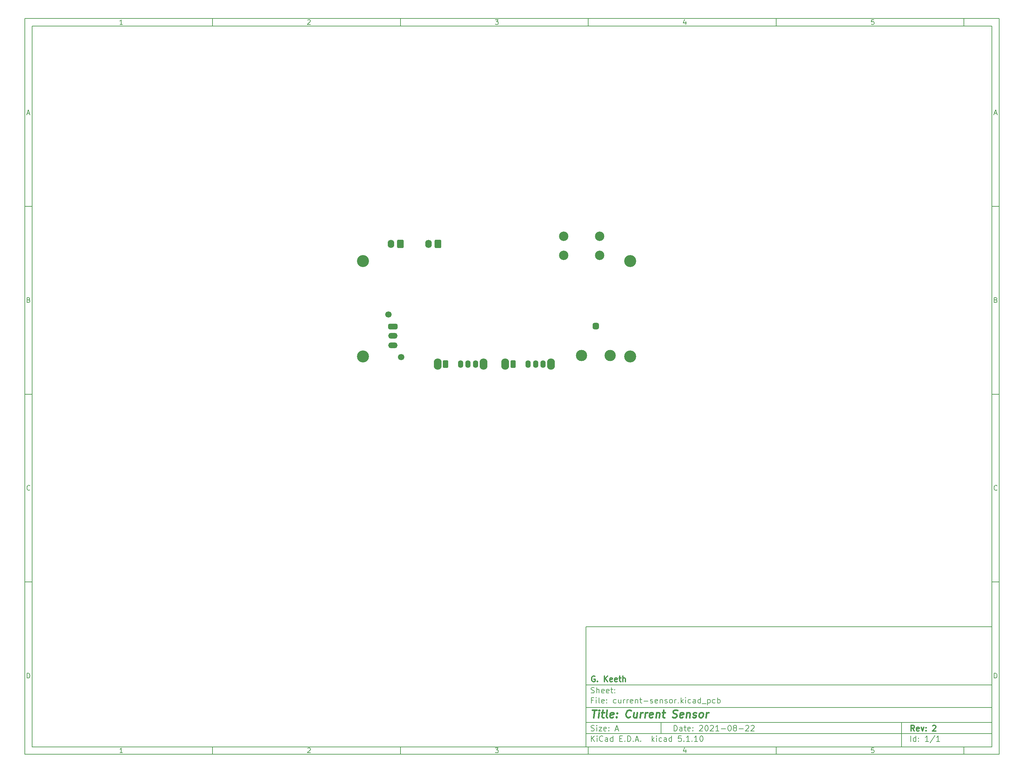
<source format=gbr>
%TF.GenerationSoftware,KiCad,Pcbnew,5.1.10*%
%TF.CreationDate,2021-08-22T21:12:58-04:00*%
%TF.ProjectId,current-sensor,63757272-656e-4742-9d73-656e736f722e,2*%
%TF.SameCoordinates,Original*%
%TF.FileFunction,Soldermask,Bot*%
%TF.FilePolarity,Negative*%
%FSLAX46Y46*%
G04 Gerber Fmt 4.6, Leading zero omitted, Abs format (unit mm)*
G04 Created by KiCad (PCBNEW 5.1.10) date 2021-08-22 21:12:58*
%MOMM*%
%LPD*%
G01*
G04 APERTURE LIST*
%ADD10C,0.100000*%
%ADD11C,0.150000*%
%ADD12C,0.300000*%
%ADD13C,0.400000*%
%ADD14O,1.740000X2.200000*%
%ADD15O,2.100000X3.000000*%
%ADD16O,1.400000X2.000000*%
%ADD17O,2.500000X1.500000*%
%ADD18C,1.700000*%
%ADD19C,3.000000*%
%ADD20C,2.500000*%
%ADD21C,3.200000*%
G04 APERTURE END LIST*
D10*
D11*
X159400000Y-171900000D02*
X159400000Y-203900000D01*
X267400000Y-203900000D01*
X267400000Y-171900000D01*
X159400000Y-171900000D01*
D10*
D11*
X10000000Y-10000000D02*
X10000000Y-205900000D01*
X269400000Y-205900000D01*
X269400000Y-10000000D01*
X10000000Y-10000000D01*
D10*
D11*
X12000000Y-12000000D02*
X12000000Y-203900000D01*
X267400000Y-203900000D01*
X267400000Y-12000000D01*
X12000000Y-12000000D01*
D10*
D11*
X60000000Y-12000000D02*
X60000000Y-10000000D01*
D10*
D11*
X110000000Y-12000000D02*
X110000000Y-10000000D01*
D10*
D11*
X160000000Y-12000000D02*
X160000000Y-10000000D01*
D10*
D11*
X210000000Y-12000000D02*
X210000000Y-10000000D01*
D10*
D11*
X260000000Y-12000000D02*
X260000000Y-10000000D01*
D10*
D11*
X36065476Y-11588095D02*
X35322619Y-11588095D01*
X35694047Y-11588095D02*
X35694047Y-10288095D01*
X35570238Y-10473809D01*
X35446428Y-10597619D01*
X35322619Y-10659523D01*
D10*
D11*
X85322619Y-10411904D02*
X85384523Y-10350000D01*
X85508333Y-10288095D01*
X85817857Y-10288095D01*
X85941666Y-10350000D01*
X86003571Y-10411904D01*
X86065476Y-10535714D01*
X86065476Y-10659523D01*
X86003571Y-10845238D01*
X85260714Y-11588095D01*
X86065476Y-11588095D01*
D10*
D11*
X135260714Y-10288095D02*
X136065476Y-10288095D01*
X135632142Y-10783333D01*
X135817857Y-10783333D01*
X135941666Y-10845238D01*
X136003571Y-10907142D01*
X136065476Y-11030952D01*
X136065476Y-11340476D01*
X136003571Y-11464285D01*
X135941666Y-11526190D01*
X135817857Y-11588095D01*
X135446428Y-11588095D01*
X135322619Y-11526190D01*
X135260714Y-11464285D01*
D10*
D11*
X185941666Y-10721428D02*
X185941666Y-11588095D01*
X185632142Y-10226190D02*
X185322619Y-11154761D01*
X186127380Y-11154761D01*
D10*
D11*
X236003571Y-10288095D02*
X235384523Y-10288095D01*
X235322619Y-10907142D01*
X235384523Y-10845238D01*
X235508333Y-10783333D01*
X235817857Y-10783333D01*
X235941666Y-10845238D01*
X236003571Y-10907142D01*
X236065476Y-11030952D01*
X236065476Y-11340476D01*
X236003571Y-11464285D01*
X235941666Y-11526190D01*
X235817857Y-11588095D01*
X235508333Y-11588095D01*
X235384523Y-11526190D01*
X235322619Y-11464285D01*
D10*
D11*
X60000000Y-203900000D02*
X60000000Y-205900000D01*
D10*
D11*
X110000000Y-203900000D02*
X110000000Y-205900000D01*
D10*
D11*
X160000000Y-203900000D02*
X160000000Y-205900000D01*
D10*
D11*
X210000000Y-203900000D02*
X210000000Y-205900000D01*
D10*
D11*
X260000000Y-203900000D02*
X260000000Y-205900000D01*
D10*
D11*
X36065476Y-205488095D02*
X35322619Y-205488095D01*
X35694047Y-205488095D02*
X35694047Y-204188095D01*
X35570238Y-204373809D01*
X35446428Y-204497619D01*
X35322619Y-204559523D01*
D10*
D11*
X85322619Y-204311904D02*
X85384523Y-204250000D01*
X85508333Y-204188095D01*
X85817857Y-204188095D01*
X85941666Y-204250000D01*
X86003571Y-204311904D01*
X86065476Y-204435714D01*
X86065476Y-204559523D01*
X86003571Y-204745238D01*
X85260714Y-205488095D01*
X86065476Y-205488095D01*
D10*
D11*
X135260714Y-204188095D02*
X136065476Y-204188095D01*
X135632142Y-204683333D01*
X135817857Y-204683333D01*
X135941666Y-204745238D01*
X136003571Y-204807142D01*
X136065476Y-204930952D01*
X136065476Y-205240476D01*
X136003571Y-205364285D01*
X135941666Y-205426190D01*
X135817857Y-205488095D01*
X135446428Y-205488095D01*
X135322619Y-205426190D01*
X135260714Y-205364285D01*
D10*
D11*
X185941666Y-204621428D02*
X185941666Y-205488095D01*
X185632142Y-204126190D02*
X185322619Y-205054761D01*
X186127380Y-205054761D01*
D10*
D11*
X236003571Y-204188095D02*
X235384523Y-204188095D01*
X235322619Y-204807142D01*
X235384523Y-204745238D01*
X235508333Y-204683333D01*
X235817857Y-204683333D01*
X235941666Y-204745238D01*
X236003571Y-204807142D01*
X236065476Y-204930952D01*
X236065476Y-205240476D01*
X236003571Y-205364285D01*
X235941666Y-205426190D01*
X235817857Y-205488095D01*
X235508333Y-205488095D01*
X235384523Y-205426190D01*
X235322619Y-205364285D01*
D10*
D11*
X10000000Y-60000000D02*
X12000000Y-60000000D01*
D10*
D11*
X10000000Y-110000000D02*
X12000000Y-110000000D01*
D10*
D11*
X10000000Y-160000000D02*
X12000000Y-160000000D01*
D10*
D11*
X10690476Y-35216666D02*
X11309523Y-35216666D01*
X10566666Y-35588095D02*
X11000000Y-34288095D01*
X11433333Y-35588095D01*
D10*
D11*
X11092857Y-84907142D02*
X11278571Y-84969047D01*
X11340476Y-85030952D01*
X11402380Y-85154761D01*
X11402380Y-85340476D01*
X11340476Y-85464285D01*
X11278571Y-85526190D01*
X11154761Y-85588095D01*
X10659523Y-85588095D01*
X10659523Y-84288095D01*
X11092857Y-84288095D01*
X11216666Y-84350000D01*
X11278571Y-84411904D01*
X11340476Y-84535714D01*
X11340476Y-84659523D01*
X11278571Y-84783333D01*
X11216666Y-84845238D01*
X11092857Y-84907142D01*
X10659523Y-84907142D01*
D10*
D11*
X11402380Y-135464285D02*
X11340476Y-135526190D01*
X11154761Y-135588095D01*
X11030952Y-135588095D01*
X10845238Y-135526190D01*
X10721428Y-135402380D01*
X10659523Y-135278571D01*
X10597619Y-135030952D01*
X10597619Y-134845238D01*
X10659523Y-134597619D01*
X10721428Y-134473809D01*
X10845238Y-134350000D01*
X11030952Y-134288095D01*
X11154761Y-134288095D01*
X11340476Y-134350000D01*
X11402380Y-134411904D01*
D10*
D11*
X10659523Y-185588095D02*
X10659523Y-184288095D01*
X10969047Y-184288095D01*
X11154761Y-184350000D01*
X11278571Y-184473809D01*
X11340476Y-184597619D01*
X11402380Y-184845238D01*
X11402380Y-185030952D01*
X11340476Y-185278571D01*
X11278571Y-185402380D01*
X11154761Y-185526190D01*
X10969047Y-185588095D01*
X10659523Y-185588095D01*
D10*
D11*
X269400000Y-60000000D02*
X267400000Y-60000000D01*
D10*
D11*
X269400000Y-110000000D02*
X267400000Y-110000000D01*
D10*
D11*
X269400000Y-160000000D02*
X267400000Y-160000000D01*
D10*
D11*
X268090476Y-35216666D02*
X268709523Y-35216666D01*
X267966666Y-35588095D02*
X268400000Y-34288095D01*
X268833333Y-35588095D01*
D10*
D11*
X268492857Y-84907142D02*
X268678571Y-84969047D01*
X268740476Y-85030952D01*
X268802380Y-85154761D01*
X268802380Y-85340476D01*
X268740476Y-85464285D01*
X268678571Y-85526190D01*
X268554761Y-85588095D01*
X268059523Y-85588095D01*
X268059523Y-84288095D01*
X268492857Y-84288095D01*
X268616666Y-84350000D01*
X268678571Y-84411904D01*
X268740476Y-84535714D01*
X268740476Y-84659523D01*
X268678571Y-84783333D01*
X268616666Y-84845238D01*
X268492857Y-84907142D01*
X268059523Y-84907142D01*
D10*
D11*
X268802380Y-135464285D02*
X268740476Y-135526190D01*
X268554761Y-135588095D01*
X268430952Y-135588095D01*
X268245238Y-135526190D01*
X268121428Y-135402380D01*
X268059523Y-135278571D01*
X267997619Y-135030952D01*
X267997619Y-134845238D01*
X268059523Y-134597619D01*
X268121428Y-134473809D01*
X268245238Y-134350000D01*
X268430952Y-134288095D01*
X268554761Y-134288095D01*
X268740476Y-134350000D01*
X268802380Y-134411904D01*
D10*
D11*
X268059523Y-185588095D02*
X268059523Y-184288095D01*
X268369047Y-184288095D01*
X268554761Y-184350000D01*
X268678571Y-184473809D01*
X268740476Y-184597619D01*
X268802380Y-184845238D01*
X268802380Y-185030952D01*
X268740476Y-185278571D01*
X268678571Y-185402380D01*
X268554761Y-185526190D01*
X268369047Y-185588095D01*
X268059523Y-185588095D01*
D10*
D11*
X182832142Y-199678571D02*
X182832142Y-198178571D01*
X183189285Y-198178571D01*
X183403571Y-198250000D01*
X183546428Y-198392857D01*
X183617857Y-198535714D01*
X183689285Y-198821428D01*
X183689285Y-199035714D01*
X183617857Y-199321428D01*
X183546428Y-199464285D01*
X183403571Y-199607142D01*
X183189285Y-199678571D01*
X182832142Y-199678571D01*
X184975000Y-199678571D02*
X184975000Y-198892857D01*
X184903571Y-198750000D01*
X184760714Y-198678571D01*
X184475000Y-198678571D01*
X184332142Y-198750000D01*
X184975000Y-199607142D02*
X184832142Y-199678571D01*
X184475000Y-199678571D01*
X184332142Y-199607142D01*
X184260714Y-199464285D01*
X184260714Y-199321428D01*
X184332142Y-199178571D01*
X184475000Y-199107142D01*
X184832142Y-199107142D01*
X184975000Y-199035714D01*
X185475000Y-198678571D02*
X186046428Y-198678571D01*
X185689285Y-198178571D02*
X185689285Y-199464285D01*
X185760714Y-199607142D01*
X185903571Y-199678571D01*
X186046428Y-199678571D01*
X187117857Y-199607142D02*
X186975000Y-199678571D01*
X186689285Y-199678571D01*
X186546428Y-199607142D01*
X186475000Y-199464285D01*
X186475000Y-198892857D01*
X186546428Y-198750000D01*
X186689285Y-198678571D01*
X186975000Y-198678571D01*
X187117857Y-198750000D01*
X187189285Y-198892857D01*
X187189285Y-199035714D01*
X186475000Y-199178571D01*
X187832142Y-199535714D02*
X187903571Y-199607142D01*
X187832142Y-199678571D01*
X187760714Y-199607142D01*
X187832142Y-199535714D01*
X187832142Y-199678571D01*
X187832142Y-198750000D02*
X187903571Y-198821428D01*
X187832142Y-198892857D01*
X187760714Y-198821428D01*
X187832142Y-198750000D01*
X187832142Y-198892857D01*
X189617857Y-198321428D02*
X189689285Y-198250000D01*
X189832142Y-198178571D01*
X190189285Y-198178571D01*
X190332142Y-198250000D01*
X190403571Y-198321428D01*
X190475000Y-198464285D01*
X190475000Y-198607142D01*
X190403571Y-198821428D01*
X189546428Y-199678571D01*
X190475000Y-199678571D01*
X191403571Y-198178571D02*
X191546428Y-198178571D01*
X191689285Y-198250000D01*
X191760714Y-198321428D01*
X191832142Y-198464285D01*
X191903571Y-198750000D01*
X191903571Y-199107142D01*
X191832142Y-199392857D01*
X191760714Y-199535714D01*
X191689285Y-199607142D01*
X191546428Y-199678571D01*
X191403571Y-199678571D01*
X191260714Y-199607142D01*
X191189285Y-199535714D01*
X191117857Y-199392857D01*
X191046428Y-199107142D01*
X191046428Y-198750000D01*
X191117857Y-198464285D01*
X191189285Y-198321428D01*
X191260714Y-198250000D01*
X191403571Y-198178571D01*
X192475000Y-198321428D02*
X192546428Y-198250000D01*
X192689285Y-198178571D01*
X193046428Y-198178571D01*
X193189285Y-198250000D01*
X193260714Y-198321428D01*
X193332142Y-198464285D01*
X193332142Y-198607142D01*
X193260714Y-198821428D01*
X192403571Y-199678571D01*
X193332142Y-199678571D01*
X194760714Y-199678571D02*
X193903571Y-199678571D01*
X194332142Y-199678571D02*
X194332142Y-198178571D01*
X194189285Y-198392857D01*
X194046428Y-198535714D01*
X193903571Y-198607142D01*
X195403571Y-199107142D02*
X196546428Y-199107142D01*
X197546428Y-198178571D02*
X197689285Y-198178571D01*
X197832142Y-198250000D01*
X197903571Y-198321428D01*
X197975000Y-198464285D01*
X198046428Y-198750000D01*
X198046428Y-199107142D01*
X197975000Y-199392857D01*
X197903571Y-199535714D01*
X197832142Y-199607142D01*
X197689285Y-199678571D01*
X197546428Y-199678571D01*
X197403571Y-199607142D01*
X197332142Y-199535714D01*
X197260714Y-199392857D01*
X197189285Y-199107142D01*
X197189285Y-198750000D01*
X197260714Y-198464285D01*
X197332142Y-198321428D01*
X197403571Y-198250000D01*
X197546428Y-198178571D01*
X198903571Y-198821428D02*
X198760714Y-198750000D01*
X198689285Y-198678571D01*
X198617857Y-198535714D01*
X198617857Y-198464285D01*
X198689285Y-198321428D01*
X198760714Y-198250000D01*
X198903571Y-198178571D01*
X199189285Y-198178571D01*
X199332142Y-198250000D01*
X199403571Y-198321428D01*
X199475000Y-198464285D01*
X199475000Y-198535714D01*
X199403571Y-198678571D01*
X199332142Y-198750000D01*
X199189285Y-198821428D01*
X198903571Y-198821428D01*
X198760714Y-198892857D01*
X198689285Y-198964285D01*
X198617857Y-199107142D01*
X198617857Y-199392857D01*
X198689285Y-199535714D01*
X198760714Y-199607142D01*
X198903571Y-199678571D01*
X199189285Y-199678571D01*
X199332142Y-199607142D01*
X199403571Y-199535714D01*
X199475000Y-199392857D01*
X199475000Y-199107142D01*
X199403571Y-198964285D01*
X199332142Y-198892857D01*
X199189285Y-198821428D01*
X200117857Y-199107142D02*
X201260714Y-199107142D01*
X201903571Y-198321428D02*
X201975000Y-198250000D01*
X202117857Y-198178571D01*
X202475000Y-198178571D01*
X202617857Y-198250000D01*
X202689285Y-198321428D01*
X202760714Y-198464285D01*
X202760714Y-198607142D01*
X202689285Y-198821428D01*
X201832142Y-199678571D01*
X202760714Y-199678571D01*
X203332142Y-198321428D02*
X203403571Y-198250000D01*
X203546428Y-198178571D01*
X203903571Y-198178571D01*
X204046428Y-198250000D01*
X204117857Y-198321428D01*
X204189285Y-198464285D01*
X204189285Y-198607142D01*
X204117857Y-198821428D01*
X203260714Y-199678571D01*
X204189285Y-199678571D01*
D10*
D11*
X159400000Y-200400000D02*
X267400000Y-200400000D01*
D10*
D11*
X160832142Y-202478571D02*
X160832142Y-200978571D01*
X161689285Y-202478571D02*
X161046428Y-201621428D01*
X161689285Y-200978571D02*
X160832142Y-201835714D01*
X162332142Y-202478571D02*
X162332142Y-201478571D01*
X162332142Y-200978571D02*
X162260714Y-201050000D01*
X162332142Y-201121428D01*
X162403571Y-201050000D01*
X162332142Y-200978571D01*
X162332142Y-201121428D01*
X163903571Y-202335714D02*
X163832142Y-202407142D01*
X163617857Y-202478571D01*
X163475000Y-202478571D01*
X163260714Y-202407142D01*
X163117857Y-202264285D01*
X163046428Y-202121428D01*
X162975000Y-201835714D01*
X162975000Y-201621428D01*
X163046428Y-201335714D01*
X163117857Y-201192857D01*
X163260714Y-201050000D01*
X163475000Y-200978571D01*
X163617857Y-200978571D01*
X163832142Y-201050000D01*
X163903571Y-201121428D01*
X165189285Y-202478571D02*
X165189285Y-201692857D01*
X165117857Y-201550000D01*
X164975000Y-201478571D01*
X164689285Y-201478571D01*
X164546428Y-201550000D01*
X165189285Y-202407142D02*
X165046428Y-202478571D01*
X164689285Y-202478571D01*
X164546428Y-202407142D01*
X164475000Y-202264285D01*
X164475000Y-202121428D01*
X164546428Y-201978571D01*
X164689285Y-201907142D01*
X165046428Y-201907142D01*
X165189285Y-201835714D01*
X166546428Y-202478571D02*
X166546428Y-200978571D01*
X166546428Y-202407142D02*
X166403571Y-202478571D01*
X166117857Y-202478571D01*
X165975000Y-202407142D01*
X165903571Y-202335714D01*
X165832142Y-202192857D01*
X165832142Y-201764285D01*
X165903571Y-201621428D01*
X165975000Y-201550000D01*
X166117857Y-201478571D01*
X166403571Y-201478571D01*
X166546428Y-201550000D01*
X168403571Y-201692857D02*
X168903571Y-201692857D01*
X169117857Y-202478571D02*
X168403571Y-202478571D01*
X168403571Y-200978571D01*
X169117857Y-200978571D01*
X169760714Y-202335714D02*
X169832142Y-202407142D01*
X169760714Y-202478571D01*
X169689285Y-202407142D01*
X169760714Y-202335714D01*
X169760714Y-202478571D01*
X170475000Y-202478571D02*
X170475000Y-200978571D01*
X170832142Y-200978571D01*
X171046428Y-201050000D01*
X171189285Y-201192857D01*
X171260714Y-201335714D01*
X171332142Y-201621428D01*
X171332142Y-201835714D01*
X171260714Y-202121428D01*
X171189285Y-202264285D01*
X171046428Y-202407142D01*
X170832142Y-202478571D01*
X170475000Y-202478571D01*
X171975000Y-202335714D02*
X172046428Y-202407142D01*
X171975000Y-202478571D01*
X171903571Y-202407142D01*
X171975000Y-202335714D01*
X171975000Y-202478571D01*
X172617857Y-202050000D02*
X173332142Y-202050000D01*
X172475000Y-202478571D02*
X172975000Y-200978571D01*
X173475000Y-202478571D01*
X173975000Y-202335714D02*
X174046428Y-202407142D01*
X173975000Y-202478571D01*
X173903571Y-202407142D01*
X173975000Y-202335714D01*
X173975000Y-202478571D01*
X176975000Y-202478571D02*
X176975000Y-200978571D01*
X177117857Y-201907142D02*
X177546428Y-202478571D01*
X177546428Y-201478571D02*
X176975000Y-202050000D01*
X178189285Y-202478571D02*
X178189285Y-201478571D01*
X178189285Y-200978571D02*
X178117857Y-201050000D01*
X178189285Y-201121428D01*
X178260714Y-201050000D01*
X178189285Y-200978571D01*
X178189285Y-201121428D01*
X179546428Y-202407142D02*
X179403571Y-202478571D01*
X179117857Y-202478571D01*
X178975000Y-202407142D01*
X178903571Y-202335714D01*
X178832142Y-202192857D01*
X178832142Y-201764285D01*
X178903571Y-201621428D01*
X178975000Y-201550000D01*
X179117857Y-201478571D01*
X179403571Y-201478571D01*
X179546428Y-201550000D01*
X180832142Y-202478571D02*
X180832142Y-201692857D01*
X180760714Y-201550000D01*
X180617857Y-201478571D01*
X180332142Y-201478571D01*
X180189285Y-201550000D01*
X180832142Y-202407142D02*
X180689285Y-202478571D01*
X180332142Y-202478571D01*
X180189285Y-202407142D01*
X180117857Y-202264285D01*
X180117857Y-202121428D01*
X180189285Y-201978571D01*
X180332142Y-201907142D01*
X180689285Y-201907142D01*
X180832142Y-201835714D01*
X182189285Y-202478571D02*
X182189285Y-200978571D01*
X182189285Y-202407142D02*
X182046428Y-202478571D01*
X181760714Y-202478571D01*
X181617857Y-202407142D01*
X181546428Y-202335714D01*
X181475000Y-202192857D01*
X181475000Y-201764285D01*
X181546428Y-201621428D01*
X181617857Y-201550000D01*
X181760714Y-201478571D01*
X182046428Y-201478571D01*
X182189285Y-201550000D01*
X184760714Y-200978571D02*
X184046428Y-200978571D01*
X183975000Y-201692857D01*
X184046428Y-201621428D01*
X184189285Y-201550000D01*
X184546428Y-201550000D01*
X184689285Y-201621428D01*
X184760714Y-201692857D01*
X184832142Y-201835714D01*
X184832142Y-202192857D01*
X184760714Y-202335714D01*
X184689285Y-202407142D01*
X184546428Y-202478571D01*
X184189285Y-202478571D01*
X184046428Y-202407142D01*
X183975000Y-202335714D01*
X185475000Y-202335714D02*
X185546428Y-202407142D01*
X185475000Y-202478571D01*
X185403571Y-202407142D01*
X185475000Y-202335714D01*
X185475000Y-202478571D01*
X186975000Y-202478571D02*
X186117857Y-202478571D01*
X186546428Y-202478571D02*
X186546428Y-200978571D01*
X186403571Y-201192857D01*
X186260714Y-201335714D01*
X186117857Y-201407142D01*
X187617857Y-202335714D02*
X187689285Y-202407142D01*
X187617857Y-202478571D01*
X187546428Y-202407142D01*
X187617857Y-202335714D01*
X187617857Y-202478571D01*
X189117857Y-202478571D02*
X188260714Y-202478571D01*
X188689285Y-202478571D02*
X188689285Y-200978571D01*
X188546428Y-201192857D01*
X188403571Y-201335714D01*
X188260714Y-201407142D01*
X190046428Y-200978571D02*
X190189285Y-200978571D01*
X190332142Y-201050000D01*
X190403571Y-201121428D01*
X190475000Y-201264285D01*
X190546428Y-201550000D01*
X190546428Y-201907142D01*
X190475000Y-202192857D01*
X190403571Y-202335714D01*
X190332142Y-202407142D01*
X190189285Y-202478571D01*
X190046428Y-202478571D01*
X189903571Y-202407142D01*
X189832142Y-202335714D01*
X189760714Y-202192857D01*
X189689285Y-201907142D01*
X189689285Y-201550000D01*
X189760714Y-201264285D01*
X189832142Y-201121428D01*
X189903571Y-201050000D01*
X190046428Y-200978571D01*
D10*
D11*
X159400000Y-197400000D02*
X267400000Y-197400000D01*
D10*
D12*
X246809285Y-199678571D02*
X246309285Y-198964285D01*
X245952142Y-199678571D02*
X245952142Y-198178571D01*
X246523571Y-198178571D01*
X246666428Y-198250000D01*
X246737857Y-198321428D01*
X246809285Y-198464285D01*
X246809285Y-198678571D01*
X246737857Y-198821428D01*
X246666428Y-198892857D01*
X246523571Y-198964285D01*
X245952142Y-198964285D01*
X248023571Y-199607142D02*
X247880714Y-199678571D01*
X247595000Y-199678571D01*
X247452142Y-199607142D01*
X247380714Y-199464285D01*
X247380714Y-198892857D01*
X247452142Y-198750000D01*
X247595000Y-198678571D01*
X247880714Y-198678571D01*
X248023571Y-198750000D01*
X248095000Y-198892857D01*
X248095000Y-199035714D01*
X247380714Y-199178571D01*
X248595000Y-198678571D02*
X248952142Y-199678571D01*
X249309285Y-198678571D01*
X249880714Y-199535714D02*
X249952142Y-199607142D01*
X249880714Y-199678571D01*
X249809285Y-199607142D01*
X249880714Y-199535714D01*
X249880714Y-199678571D01*
X249880714Y-198750000D02*
X249952142Y-198821428D01*
X249880714Y-198892857D01*
X249809285Y-198821428D01*
X249880714Y-198750000D01*
X249880714Y-198892857D01*
X251666428Y-198321428D02*
X251737857Y-198250000D01*
X251880714Y-198178571D01*
X252237857Y-198178571D01*
X252380714Y-198250000D01*
X252452142Y-198321428D01*
X252523571Y-198464285D01*
X252523571Y-198607142D01*
X252452142Y-198821428D01*
X251595000Y-199678571D01*
X252523571Y-199678571D01*
D10*
D11*
X160760714Y-199607142D02*
X160975000Y-199678571D01*
X161332142Y-199678571D01*
X161475000Y-199607142D01*
X161546428Y-199535714D01*
X161617857Y-199392857D01*
X161617857Y-199250000D01*
X161546428Y-199107142D01*
X161475000Y-199035714D01*
X161332142Y-198964285D01*
X161046428Y-198892857D01*
X160903571Y-198821428D01*
X160832142Y-198750000D01*
X160760714Y-198607142D01*
X160760714Y-198464285D01*
X160832142Y-198321428D01*
X160903571Y-198250000D01*
X161046428Y-198178571D01*
X161403571Y-198178571D01*
X161617857Y-198250000D01*
X162260714Y-199678571D02*
X162260714Y-198678571D01*
X162260714Y-198178571D02*
X162189285Y-198250000D01*
X162260714Y-198321428D01*
X162332142Y-198250000D01*
X162260714Y-198178571D01*
X162260714Y-198321428D01*
X162832142Y-198678571D02*
X163617857Y-198678571D01*
X162832142Y-199678571D01*
X163617857Y-199678571D01*
X164760714Y-199607142D02*
X164617857Y-199678571D01*
X164332142Y-199678571D01*
X164189285Y-199607142D01*
X164117857Y-199464285D01*
X164117857Y-198892857D01*
X164189285Y-198750000D01*
X164332142Y-198678571D01*
X164617857Y-198678571D01*
X164760714Y-198750000D01*
X164832142Y-198892857D01*
X164832142Y-199035714D01*
X164117857Y-199178571D01*
X165475000Y-199535714D02*
X165546428Y-199607142D01*
X165475000Y-199678571D01*
X165403571Y-199607142D01*
X165475000Y-199535714D01*
X165475000Y-199678571D01*
X165475000Y-198750000D02*
X165546428Y-198821428D01*
X165475000Y-198892857D01*
X165403571Y-198821428D01*
X165475000Y-198750000D01*
X165475000Y-198892857D01*
X167260714Y-199250000D02*
X167975000Y-199250000D01*
X167117857Y-199678571D02*
X167617857Y-198178571D01*
X168117857Y-199678571D01*
D10*
D11*
X245832142Y-202478571D02*
X245832142Y-200978571D01*
X247189285Y-202478571D02*
X247189285Y-200978571D01*
X247189285Y-202407142D02*
X247046428Y-202478571D01*
X246760714Y-202478571D01*
X246617857Y-202407142D01*
X246546428Y-202335714D01*
X246475000Y-202192857D01*
X246475000Y-201764285D01*
X246546428Y-201621428D01*
X246617857Y-201550000D01*
X246760714Y-201478571D01*
X247046428Y-201478571D01*
X247189285Y-201550000D01*
X247903571Y-202335714D02*
X247975000Y-202407142D01*
X247903571Y-202478571D01*
X247832142Y-202407142D01*
X247903571Y-202335714D01*
X247903571Y-202478571D01*
X247903571Y-201550000D02*
X247975000Y-201621428D01*
X247903571Y-201692857D01*
X247832142Y-201621428D01*
X247903571Y-201550000D01*
X247903571Y-201692857D01*
X250546428Y-202478571D02*
X249689285Y-202478571D01*
X250117857Y-202478571D02*
X250117857Y-200978571D01*
X249975000Y-201192857D01*
X249832142Y-201335714D01*
X249689285Y-201407142D01*
X252260714Y-200907142D02*
X250975000Y-202835714D01*
X253546428Y-202478571D02*
X252689285Y-202478571D01*
X253117857Y-202478571D02*
X253117857Y-200978571D01*
X252975000Y-201192857D01*
X252832142Y-201335714D01*
X252689285Y-201407142D01*
D10*
D11*
X159400000Y-193400000D02*
X267400000Y-193400000D01*
D10*
D13*
X161112380Y-194104761D02*
X162255238Y-194104761D01*
X161433809Y-196104761D02*
X161683809Y-194104761D01*
X162671904Y-196104761D02*
X162838571Y-194771428D01*
X162921904Y-194104761D02*
X162814761Y-194200000D01*
X162898095Y-194295238D01*
X163005238Y-194200000D01*
X162921904Y-194104761D01*
X162898095Y-194295238D01*
X163505238Y-194771428D02*
X164267142Y-194771428D01*
X163874285Y-194104761D02*
X163660000Y-195819047D01*
X163731428Y-196009523D01*
X163910000Y-196104761D01*
X164100476Y-196104761D01*
X165052857Y-196104761D02*
X164874285Y-196009523D01*
X164802857Y-195819047D01*
X165017142Y-194104761D01*
X166588571Y-196009523D02*
X166386190Y-196104761D01*
X166005238Y-196104761D01*
X165826666Y-196009523D01*
X165755238Y-195819047D01*
X165850476Y-195057142D01*
X165969523Y-194866666D01*
X166171904Y-194771428D01*
X166552857Y-194771428D01*
X166731428Y-194866666D01*
X166802857Y-195057142D01*
X166779047Y-195247619D01*
X165802857Y-195438095D01*
X167552857Y-195914285D02*
X167636190Y-196009523D01*
X167529047Y-196104761D01*
X167445714Y-196009523D01*
X167552857Y-195914285D01*
X167529047Y-196104761D01*
X167683809Y-194866666D02*
X167767142Y-194961904D01*
X167660000Y-195057142D01*
X167576666Y-194961904D01*
X167683809Y-194866666D01*
X167660000Y-195057142D01*
X171171904Y-195914285D02*
X171064761Y-196009523D01*
X170767142Y-196104761D01*
X170576666Y-196104761D01*
X170302857Y-196009523D01*
X170136190Y-195819047D01*
X170064761Y-195628571D01*
X170017142Y-195247619D01*
X170052857Y-194961904D01*
X170195714Y-194580952D01*
X170314761Y-194390476D01*
X170529047Y-194200000D01*
X170826666Y-194104761D01*
X171017142Y-194104761D01*
X171290952Y-194200000D01*
X171374285Y-194295238D01*
X173029047Y-194771428D02*
X172862380Y-196104761D01*
X172171904Y-194771428D02*
X172040952Y-195819047D01*
X172112380Y-196009523D01*
X172290952Y-196104761D01*
X172576666Y-196104761D01*
X172779047Y-196009523D01*
X172886190Y-195914285D01*
X173814761Y-196104761D02*
X173981428Y-194771428D01*
X173933809Y-195152380D02*
X174052857Y-194961904D01*
X174160000Y-194866666D01*
X174362380Y-194771428D01*
X174552857Y-194771428D01*
X175052857Y-196104761D02*
X175219523Y-194771428D01*
X175171904Y-195152380D02*
X175290952Y-194961904D01*
X175398095Y-194866666D01*
X175600476Y-194771428D01*
X175790952Y-194771428D01*
X177064761Y-196009523D02*
X176862380Y-196104761D01*
X176481428Y-196104761D01*
X176302857Y-196009523D01*
X176231428Y-195819047D01*
X176326666Y-195057142D01*
X176445714Y-194866666D01*
X176648095Y-194771428D01*
X177029047Y-194771428D01*
X177207619Y-194866666D01*
X177279047Y-195057142D01*
X177255238Y-195247619D01*
X176279047Y-195438095D01*
X178171904Y-194771428D02*
X178005238Y-196104761D01*
X178148095Y-194961904D02*
X178255238Y-194866666D01*
X178457619Y-194771428D01*
X178743333Y-194771428D01*
X178921904Y-194866666D01*
X178993333Y-195057142D01*
X178862380Y-196104761D01*
X179695714Y-194771428D02*
X180457619Y-194771428D01*
X180064761Y-194104761D02*
X179850476Y-195819047D01*
X179921904Y-196009523D01*
X180100476Y-196104761D01*
X180290952Y-196104761D01*
X182398095Y-196009523D02*
X182671904Y-196104761D01*
X183148095Y-196104761D01*
X183350476Y-196009523D01*
X183457619Y-195914285D01*
X183576666Y-195723809D01*
X183600476Y-195533333D01*
X183529047Y-195342857D01*
X183445714Y-195247619D01*
X183267142Y-195152380D01*
X182898095Y-195057142D01*
X182719523Y-194961904D01*
X182636190Y-194866666D01*
X182564761Y-194676190D01*
X182588571Y-194485714D01*
X182707619Y-194295238D01*
X182814761Y-194200000D01*
X183017142Y-194104761D01*
X183493333Y-194104761D01*
X183767142Y-194200000D01*
X185160000Y-196009523D02*
X184957619Y-196104761D01*
X184576666Y-196104761D01*
X184398095Y-196009523D01*
X184326666Y-195819047D01*
X184421904Y-195057142D01*
X184540952Y-194866666D01*
X184743333Y-194771428D01*
X185124285Y-194771428D01*
X185302857Y-194866666D01*
X185374285Y-195057142D01*
X185350476Y-195247619D01*
X184374285Y-195438095D01*
X186267142Y-194771428D02*
X186100476Y-196104761D01*
X186243333Y-194961904D02*
X186350476Y-194866666D01*
X186552857Y-194771428D01*
X186838571Y-194771428D01*
X187017142Y-194866666D01*
X187088571Y-195057142D01*
X186957619Y-196104761D01*
X187826666Y-196009523D02*
X188005238Y-196104761D01*
X188386190Y-196104761D01*
X188588571Y-196009523D01*
X188707619Y-195819047D01*
X188719523Y-195723809D01*
X188648095Y-195533333D01*
X188469523Y-195438095D01*
X188183809Y-195438095D01*
X188005238Y-195342857D01*
X187933809Y-195152380D01*
X187945714Y-195057142D01*
X188064761Y-194866666D01*
X188267142Y-194771428D01*
X188552857Y-194771428D01*
X188731428Y-194866666D01*
X189814761Y-196104761D02*
X189636190Y-196009523D01*
X189552857Y-195914285D01*
X189481428Y-195723809D01*
X189552857Y-195152380D01*
X189671904Y-194961904D01*
X189779047Y-194866666D01*
X189981428Y-194771428D01*
X190267142Y-194771428D01*
X190445714Y-194866666D01*
X190529047Y-194961904D01*
X190600476Y-195152380D01*
X190529047Y-195723809D01*
X190410000Y-195914285D01*
X190302857Y-196009523D01*
X190100476Y-196104761D01*
X189814761Y-196104761D01*
X191338571Y-196104761D02*
X191505238Y-194771428D01*
X191457619Y-195152380D02*
X191576666Y-194961904D01*
X191683809Y-194866666D01*
X191886190Y-194771428D01*
X192076666Y-194771428D01*
D10*
D11*
X161332142Y-191492857D02*
X160832142Y-191492857D01*
X160832142Y-192278571D02*
X160832142Y-190778571D01*
X161546428Y-190778571D01*
X162117857Y-192278571D02*
X162117857Y-191278571D01*
X162117857Y-190778571D02*
X162046428Y-190850000D01*
X162117857Y-190921428D01*
X162189285Y-190850000D01*
X162117857Y-190778571D01*
X162117857Y-190921428D01*
X163046428Y-192278571D02*
X162903571Y-192207142D01*
X162832142Y-192064285D01*
X162832142Y-190778571D01*
X164189285Y-192207142D02*
X164046428Y-192278571D01*
X163760714Y-192278571D01*
X163617857Y-192207142D01*
X163546428Y-192064285D01*
X163546428Y-191492857D01*
X163617857Y-191350000D01*
X163760714Y-191278571D01*
X164046428Y-191278571D01*
X164189285Y-191350000D01*
X164260714Y-191492857D01*
X164260714Y-191635714D01*
X163546428Y-191778571D01*
X164903571Y-192135714D02*
X164975000Y-192207142D01*
X164903571Y-192278571D01*
X164832142Y-192207142D01*
X164903571Y-192135714D01*
X164903571Y-192278571D01*
X164903571Y-191350000D02*
X164975000Y-191421428D01*
X164903571Y-191492857D01*
X164832142Y-191421428D01*
X164903571Y-191350000D01*
X164903571Y-191492857D01*
X167403571Y-192207142D02*
X167260714Y-192278571D01*
X166975000Y-192278571D01*
X166832142Y-192207142D01*
X166760714Y-192135714D01*
X166689285Y-191992857D01*
X166689285Y-191564285D01*
X166760714Y-191421428D01*
X166832142Y-191350000D01*
X166975000Y-191278571D01*
X167260714Y-191278571D01*
X167403571Y-191350000D01*
X168689285Y-191278571D02*
X168689285Y-192278571D01*
X168046428Y-191278571D02*
X168046428Y-192064285D01*
X168117857Y-192207142D01*
X168260714Y-192278571D01*
X168475000Y-192278571D01*
X168617857Y-192207142D01*
X168689285Y-192135714D01*
X169403571Y-192278571D02*
X169403571Y-191278571D01*
X169403571Y-191564285D02*
X169475000Y-191421428D01*
X169546428Y-191350000D01*
X169689285Y-191278571D01*
X169832142Y-191278571D01*
X170332142Y-192278571D02*
X170332142Y-191278571D01*
X170332142Y-191564285D02*
X170403571Y-191421428D01*
X170475000Y-191350000D01*
X170617857Y-191278571D01*
X170760714Y-191278571D01*
X171832142Y-192207142D02*
X171689285Y-192278571D01*
X171403571Y-192278571D01*
X171260714Y-192207142D01*
X171189285Y-192064285D01*
X171189285Y-191492857D01*
X171260714Y-191350000D01*
X171403571Y-191278571D01*
X171689285Y-191278571D01*
X171832142Y-191350000D01*
X171903571Y-191492857D01*
X171903571Y-191635714D01*
X171189285Y-191778571D01*
X172546428Y-191278571D02*
X172546428Y-192278571D01*
X172546428Y-191421428D02*
X172617857Y-191350000D01*
X172760714Y-191278571D01*
X172975000Y-191278571D01*
X173117857Y-191350000D01*
X173189285Y-191492857D01*
X173189285Y-192278571D01*
X173689285Y-191278571D02*
X174260714Y-191278571D01*
X173903571Y-190778571D02*
X173903571Y-192064285D01*
X173975000Y-192207142D01*
X174117857Y-192278571D01*
X174260714Y-192278571D01*
X174760714Y-191707142D02*
X175903571Y-191707142D01*
X176546428Y-192207142D02*
X176689285Y-192278571D01*
X176975000Y-192278571D01*
X177117857Y-192207142D01*
X177189285Y-192064285D01*
X177189285Y-191992857D01*
X177117857Y-191850000D01*
X176975000Y-191778571D01*
X176760714Y-191778571D01*
X176617857Y-191707142D01*
X176546428Y-191564285D01*
X176546428Y-191492857D01*
X176617857Y-191350000D01*
X176760714Y-191278571D01*
X176975000Y-191278571D01*
X177117857Y-191350000D01*
X178403571Y-192207142D02*
X178260714Y-192278571D01*
X177975000Y-192278571D01*
X177832142Y-192207142D01*
X177760714Y-192064285D01*
X177760714Y-191492857D01*
X177832142Y-191350000D01*
X177975000Y-191278571D01*
X178260714Y-191278571D01*
X178403571Y-191350000D01*
X178475000Y-191492857D01*
X178475000Y-191635714D01*
X177760714Y-191778571D01*
X179117857Y-191278571D02*
X179117857Y-192278571D01*
X179117857Y-191421428D02*
X179189285Y-191350000D01*
X179332142Y-191278571D01*
X179546428Y-191278571D01*
X179689285Y-191350000D01*
X179760714Y-191492857D01*
X179760714Y-192278571D01*
X180403571Y-192207142D02*
X180546428Y-192278571D01*
X180832142Y-192278571D01*
X180975000Y-192207142D01*
X181046428Y-192064285D01*
X181046428Y-191992857D01*
X180975000Y-191850000D01*
X180832142Y-191778571D01*
X180617857Y-191778571D01*
X180475000Y-191707142D01*
X180403571Y-191564285D01*
X180403571Y-191492857D01*
X180475000Y-191350000D01*
X180617857Y-191278571D01*
X180832142Y-191278571D01*
X180975000Y-191350000D01*
X181903571Y-192278571D02*
X181760714Y-192207142D01*
X181689285Y-192135714D01*
X181617857Y-191992857D01*
X181617857Y-191564285D01*
X181689285Y-191421428D01*
X181760714Y-191350000D01*
X181903571Y-191278571D01*
X182117857Y-191278571D01*
X182260714Y-191350000D01*
X182332142Y-191421428D01*
X182403571Y-191564285D01*
X182403571Y-191992857D01*
X182332142Y-192135714D01*
X182260714Y-192207142D01*
X182117857Y-192278571D01*
X181903571Y-192278571D01*
X183046428Y-192278571D02*
X183046428Y-191278571D01*
X183046428Y-191564285D02*
X183117857Y-191421428D01*
X183189285Y-191350000D01*
X183332142Y-191278571D01*
X183475000Y-191278571D01*
X183975000Y-192135714D02*
X184046428Y-192207142D01*
X183975000Y-192278571D01*
X183903571Y-192207142D01*
X183975000Y-192135714D01*
X183975000Y-192278571D01*
X184689285Y-192278571D02*
X184689285Y-190778571D01*
X184832142Y-191707142D02*
X185260714Y-192278571D01*
X185260714Y-191278571D02*
X184689285Y-191850000D01*
X185903571Y-192278571D02*
X185903571Y-191278571D01*
X185903571Y-190778571D02*
X185832142Y-190850000D01*
X185903571Y-190921428D01*
X185975000Y-190850000D01*
X185903571Y-190778571D01*
X185903571Y-190921428D01*
X187260714Y-192207142D02*
X187117857Y-192278571D01*
X186832142Y-192278571D01*
X186689285Y-192207142D01*
X186617857Y-192135714D01*
X186546428Y-191992857D01*
X186546428Y-191564285D01*
X186617857Y-191421428D01*
X186689285Y-191350000D01*
X186832142Y-191278571D01*
X187117857Y-191278571D01*
X187260714Y-191350000D01*
X188546428Y-192278571D02*
X188546428Y-191492857D01*
X188475000Y-191350000D01*
X188332142Y-191278571D01*
X188046428Y-191278571D01*
X187903571Y-191350000D01*
X188546428Y-192207142D02*
X188403571Y-192278571D01*
X188046428Y-192278571D01*
X187903571Y-192207142D01*
X187832142Y-192064285D01*
X187832142Y-191921428D01*
X187903571Y-191778571D01*
X188046428Y-191707142D01*
X188403571Y-191707142D01*
X188546428Y-191635714D01*
X189903571Y-192278571D02*
X189903571Y-190778571D01*
X189903571Y-192207142D02*
X189760714Y-192278571D01*
X189475000Y-192278571D01*
X189332142Y-192207142D01*
X189260714Y-192135714D01*
X189189285Y-191992857D01*
X189189285Y-191564285D01*
X189260714Y-191421428D01*
X189332142Y-191350000D01*
X189475000Y-191278571D01*
X189760714Y-191278571D01*
X189903571Y-191350000D01*
X190260714Y-192421428D02*
X191403571Y-192421428D01*
X191760714Y-191278571D02*
X191760714Y-192778571D01*
X191760714Y-191350000D02*
X191903571Y-191278571D01*
X192189285Y-191278571D01*
X192332142Y-191350000D01*
X192403571Y-191421428D01*
X192475000Y-191564285D01*
X192475000Y-191992857D01*
X192403571Y-192135714D01*
X192332142Y-192207142D01*
X192189285Y-192278571D01*
X191903571Y-192278571D01*
X191760714Y-192207142D01*
X193760714Y-192207142D02*
X193617857Y-192278571D01*
X193332142Y-192278571D01*
X193189285Y-192207142D01*
X193117857Y-192135714D01*
X193046428Y-191992857D01*
X193046428Y-191564285D01*
X193117857Y-191421428D01*
X193189285Y-191350000D01*
X193332142Y-191278571D01*
X193617857Y-191278571D01*
X193760714Y-191350000D01*
X194403571Y-192278571D02*
X194403571Y-190778571D01*
X194403571Y-191350000D02*
X194546428Y-191278571D01*
X194832142Y-191278571D01*
X194975000Y-191350000D01*
X195046428Y-191421428D01*
X195117857Y-191564285D01*
X195117857Y-191992857D01*
X195046428Y-192135714D01*
X194975000Y-192207142D01*
X194832142Y-192278571D01*
X194546428Y-192278571D01*
X194403571Y-192207142D01*
D10*
D11*
X159400000Y-187400000D02*
X267400000Y-187400000D01*
D10*
D11*
X160760714Y-189507142D02*
X160975000Y-189578571D01*
X161332142Y-189578571D01*
X161475000Y-189507142D01*
X161546428Y-189435714D01*
X161617857Y-189292857D01*
X161617857Y-189150000D01*
X161546428Y-189007142D01*
X161475000Y-188935714D01*
X161332142Y-188864285D01*
X161046428Y-188792857D01*
X160903571Y-188721428D01*
X160832142Y-188650000D01*
X160760714Y-188507142D01*
X160760714Y-188364285D01*
X160832142Y-188221428D01*
X160903571Y-188150000D01*
X161046428Y-188078571D01*
X161403571Y-188078571D01*
X161617857Y-188150000D01*
X162260714Y-189578571D02*
X162260714Y-188078571D01*
X162903571Y-189578571D02*
X162903571Y-188792857D01*
X162832142Y-188650000D01*
X162689285Y-188578571D01*
X162475000Y-188578571D01*
X162332142Y-188650000D01*
X162260714Y-188721428D01*
X164189285Y-189507142D02*
X164046428Y-189578571D01*
X163760714Y-189578571D01*
X163617857Y-189507142D01*
X163546428Y-189364285D01*
X163546428Y-188792857D01*
X163617857Y-188650000D01*
X163760714Y-188578571D01*
X164046428Y-188578571D01*
X164189285Y-188650000D01*
X164260714Y-188792857D01*
X164260714Y-188935714D01*
X163546428Y-189078571D01*
X165475000Y-189507142D02*
X165332142Y-189578571D01*
X165046428Y-189578571D01*
X164903571Y-189507142D01*
X164832142Y-189364285D01*
X164832142Y-188792857D01*
X164903571Y-188650000D01*
X165046428Y-188578571D01*
X165332142Y-188578571D01*
X165475000Y-188650000D01*
X165546428Y-188792857D01*
X165546428Y-188935714D01*
X164832142Y-189078571D01*
X165975000Y-188578571D02*
X166546428Y-188578571D01*
X166189285Y-188078571D02*
X166189285Y-189364285D01*
X166260714Y-189507142D01*
X166403571Y-189578571D01*
X166546428Y-189578571D01*
X167046428Y-189435714D02*
X167117857Y-189507142D01*
X167046428Y-189578571D01*
X166975000Y-189507142D01*
X167046428Y-189435714D01*
X167046428Y-189578571D01*
X167046428Y-188650000D02*
X167117857Y-188721428D01*
X167046428Y-188792857D01*
X166975000Y-188721428D01*
X167046428Y-188650000D01*
X167046428Y-188792857D01*
D10*
D12*
X161737857Y-185150000D02*
X161595000Y-185078571D01*
X161380714Y-185078571D01*
X161166428Y-185150000D01*
X161023571Y-185292857D01*
X160952142Y-185435714D01*
X160880714Y-185721428D01*
X160880714Y-185935714D01*
X160952142Y-186221428D01*
X161023571Y-186364285D01*
X161166428Y-186507142D01*
X161380714Y-186578571D01*
X161523571Y-186578571D01*
X161737857Y-186507142D01*
X161809285Y-186435714D01*
X161809285Y-185935714D01*
X161523571Y-185935714D01*
X162452142Y-186435714D02*
X162523571Y-186507142D01*
X162452142Y-186578571D01*
X162380714Y-186507142D01*
X162452142Y-186435714D01*
X162452142Y-186578571D01*
X164309285Y-186578571D02*
X164309285Y-185078571D01*
X165166428Y-186578571D02*
X164523571Y-185721428D01*
X165166428Y-185078571D02*
X164309285Y-185935714D01*
X166380714Y-186507142D02*
X166237857Y-186578571D01*
X165952142Y-186578571D01*
X165809285Y-186507142D01*
X165737857Y-186364285D01*
X165737857Y-185792857D01*
X165809285Y-185650000D01*
X165952142Y-185578571D01*
X166237857Y-185578571D01*
X166380714Y-185650000D01*
X166452142Y-185792857D01*
X166452142Y-185935714D01*
X165737857Y-186078571D01*
X167666428Y-186507142D02*
X167523571Y-186578571D01*
X167237857Y-186578571D01*
X167095000Y-186507142D01*
X167023571Y-186364285D01*
X167023571Y-185792857D01*
X167095000Y-185650000D01*
X167237857Y-185578571D01*
X167523571Y-185578571D01*
X167666428Y-185650000D01*
X167737857Y-185792857D01*
X167737857Y-185935714D01*
X167023571Y-186078571D01*
X168166428Y-185578571D02*
X168737857Y-185578571D01*
X168380714Y-185078571D02*
X168380714Y-186364285D01*
X168452142Y-186507142D01*
X168595000Y-186578571D01*
X168737857Y-186578571D01*
X169237857Y-186578571D02*
X169237857Y-185078571D01*
X169880714Y-186578571D02*
X169880714Y-185792857D01*
X169809285Y-185650000D01*
X169666428Y-185578571D01*
X169452142Y-185578571D01*
X169309285Y-185650000D01*
X169237857Y-185721428D01*
D10*
D11*
X179400000Y-197400000D02*
X179400000Y-200400000D01*
D10*
D11*
X243400000Y-197400000D02*
X243400000Y-203900000D01*
D14*
%TO.C,J4*%
X107460000Y-70000000D03*
G36*
G01*
X110870000Y-69149999D02*
X110870000Y-70850001D01*
G75*
G02*
X110620001Y-71100000I-249999J0D01*
G01*
X109379999Y-71100000D01*
G75*
G02*
X109130000Y-70850001I0J249999D01*
G01*
X109130000Y-69149999D01*
G75*
G02*
X109379999Y-68900000I249999J0D01*
G01*
X110620001Y-68900000D01*
G75*
G02*
X110870000Y-69149999I0J-249999D01*
G01*
G37*
%TD*%
D15*
%TO.C,SW3*%
X150100000Y-102000000D03*
X137900000Y-102000000D03*
D16*
X148000000Y-102000000D03*
X146000000Y-102000000D03*
X144000000Y-102000000D03*
G36*
G01*
X139300000Y-102815200D02*
X139300000Y-101184800D01*
G75*
G02*
X139484800Y-101000000I184800J0D01*
G01*
X140515200Y-101000000D01*
G75*
G02*
X140700000Y-101184800I0J-184800D01*
G01*
X140700000Y-102815200D01*
G75*
G02*
X140515200Y-103000000I-184800J0D01*
G01*
X139484800Y-103000000D01*
G75*
G02*
X139300000Y-102815200I0J184800D01*
G01*
G37*
%TD*%
D15*
%TO.C,SW2*%
X132100000Y-102000000D03*
X119900000Y-102000000D03*
D16*
X130000000Y-102000000D03*
X128000000Y-102000000D03*
X126000000Y-102000000D03*
G36*
G01*
X121300000Y-102815200D02*
X121300000Y-101184800D01*
G75*
G02*
X121484800Y-101000000I184800J0D01*
G01*
X122515200Y-101000000D01*
G75*
G02*
X122700000Y-101184800I0J-184800D01*
G01*
X122700000Y-102815200D01*
G75*
G02*
X122515200Y-103000000I-184800J0D01*
G01*
X121484800Y-103000000D01*
G75*
G02*
X121300000Y-102815200I0J184800D01*
G01*
G37*
%TD*%
D17*
%TO.C,SW1*%
X108000000Y-97000000D03*
X108000000Y-94500000D03*
D18*
X110200000Y-100100000D03*
X106800000Y-88800000D03*
G36*
G01*
X107125000Y-91250000D02*
X108875000Y-91250000D01*
G75*
G02*
X109250000Y-91625000I0J-375000D01*
G01*
X109250000Y-92375000D01*
G75*
G02*
X108875000Y-92750000I-375000J0D01*
G01*
X107125000Y-92750000D01*
G75*
G02*
X106750000Y-92375000I0J375000D01*
G01*
X106750000Y-91625000D01*
G75*
G02*
X107125000Y-91250000I375000J0D01*
G01*
G37*
%TD*%
D19*
%TO.C,J3*%
X158200000Y-99680000D03*
X165800000Y-99680000D03*
G36*
G01*
X161150000Y-92305000D02*
X161150000Y-91455000D01*
G75*
G02*
X161575000Y-91030000I425000J0D01*
G01*
X162425000Y-91030000D01*
G75*
G02*
X162850000Y-91455000I0J-425000D01*
G01*
X162850000Y-92305000D01*
G75*
G02*
X162425000Y-92730000I-425000J0D01*
G01*
X161575000Y-92730000D01*
G75*
G02*
X161150000Y-92305000I0J425000D01*
G01*
G37*
%TD*%
D14*
%TO.C,J5*%
X117460000Y-70000000D03*
G36*
G01*
X120870000Y-69149999D02*
X120870000Y-70850001D01*
G75*
G02*
X120620001Y-71100000I-249999J0D01*
G01*
X119379999Y-71100000D01*
G75*
G02*
X119130000Y-70850001I0J249999D01*
G01*
X119130000Y-69149999D01*
G75*
G02*
X119379999Y-68900000I249999J0D01*
G01*
X120620001Y-68900000D01*
G75*
G02*
X120870000Y-69149999I0J-249999D01*
G01*
G37*
%TD*%
D20*
%TO.C,J2*%
X153500000Y-67920000D03*
X153500000Y-73000000D03*
%TD*%
%TO.C,J1*%
X163000000Y-67920000D03*
X163000000Y-73000000D03*
%TD*%
D21*
%TO.C,H4*%
X100000000Y-100000000D03*
%TD*%
%TO.C,H3*%
X171120000Y-100000000D03*
%TD*%
%TO.C,H2*%
X171120000Y-74600000D03*
%TD*%
%TO.C,H1*%
X100000000Y-74600000D03*
%TD*%
M02*

</source>
